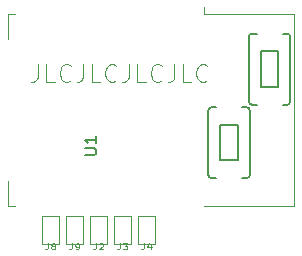
<source format=gbr>
%TF.GenerationSoftware,KiCad,Pcbnew,5.1.5+dfsg1-2build2*%
%TF.CreationDate,2021-07-18T22:40:15+02:00*%
%TF.ProjectId,wb2s,77623273-2e6b-4696-9361-645f70636258,rev?*%
%TF.SameCoordinates,Original*%
%TF.FileFunction,Legend,Top*%
%TF.FilePolarity,Positive*%
%FSLAX46Y46*%
G04 Gerber Fmt 4.6, Leading zero omitted, Abs format (unit mm)*
G04 Created by KiCad (PCBNEW 5.1.5+dfsg1-2build2) date 2021-07-18 22:40:15*
%MOMM*%
%LPD*%
G04 APERTURE LIST*
%ADD10C,0.125000*%
%ADD11C,0.203200*%
%ADD12C,0.120000*%
%ADD13C,0.150000*%
G04 APERTURE END LIST*
D10*
X88956428Y-111065571D02*
X88956428Y-112137000D01*
X88885000Y-112351285D01*
X88742142Y-112494142D01*
X88527857Y-112565571D01*
X88385000Y-112565571D01*
X90385000Y-112565571D02*
X89670714Y-112565571D01*
X89670714Y-111065571D01*
X91742142Y-112422714D02*
X91670714Y-112494142D01*
X91456428Y-112565571D01*
X91313571Y-112565571D01*
X91099285Y-112494142D01*
X90956428Y-112351285D01*
X90885000Y-112208428D01*
X90813571Y-111922714D01*
X90813571Y-111708428D01*
X90885000Y-111422714D01*
X90956428Y-111279857D01*
X91099285Y-111137000D01*
X91313571Y-111065571D01*
X91456428Y-111065571D01*
X91670714Y-111137000D01*
X91742142Y-111208428D01*
X92813571Y-111065571D02*
X92813571Y-112137000D01*
X92742142Y-112351285D01*
X92599285Y-112494142D01*
X92385000Y-112565571D01*
X92242142Y-112565571D01*
X94242142Y-112565571D02*
X93527857Y-112565571D01*
X93527857Y-111065571D01*
X95599285Y-112422714D02*
X95527857Y-112494142D01*
X95313571Y-112565571D01*
X95170714Y-112565571D01*
X94956428Y-112494142D01*
X94813571Y-112351285D01*
X94742142Y-112208428D01*
X94670714Y-111922714D01*
X94670714Y-111708428D01*
X94742142Y-111422714D01*
X94813571Y-111279857D01*
X94956428Y-111137000D01*
X95170714Y-111065571D01*
X95313571Y-111065571D01*
X95527857Y-111137000D01*
X95599285Y-111208428D01*
X96670714Y-111065571D02*
X96670714Y-112137000D01*
X96599285Y-112351285D01*
X96456428Y-112494142D01*
X96242142Y-112565571D01*
X96099285Y-112565571D01*
X98099285Y-112565571D02*
X97385000Y-112565571D01*
X97385000Y-111065571D01*
X99456428Y-112422714D02*
X99385000Y-112494142D01*
X99170714Y-112565571D01*
X99027857Y-112565571D01*
X98813571Y-112494142D01*
X98670714Y-112351285D01*
X98599285Y-112208428D01*
X98527857Y-111922714D01*
X98527857Y-111708428D01*
X98599285Y-111422714D01*
X98670714Y-111279857D01*
X98813571Y-111137000D01*
X99027857Y-111065571D01*
X99170714Y-111065571D01*
X99385000Y-111137000D01*
X99456428Y-111208428D01*
X100527857Y-111065571D02*
X100527857Y-112137000D01*
X100456428Y-112351285D01*
X100313571Y-112494142D01*
X100099285Y-112565571D01*
X99956428Y-112565571D01*
X101956428Y-112565571D02*
X101242142Y-112565571D01*
X101242142Y-111065571D01*
X103313571Y-112422714D02*
X103242142Y-112494142D01*
X103027857Y-112565571D01*
X102885000Y-112565571D01*
X102670714Y-112494142D01*
X102527857Y-112351285D01*
X102456428Y-112208428D01*
X102385000Y-111922714D01*
X102385000Y-111708428D01*
X102456428Y-111422714D01*
X102527857Y-111279857D01*
X102670714Y-111137000D01*
X102885000Y-111065571D01*
X103027857Y-111065571D01*
X103242142Y-111137000D01*
X103313571Y-111208428D01*
D11*
%TO.C,SW1*%
X107086400Y-114477800D02*
G75*
G02X106837480Y-114228880I0J248920D01*
G01*
X106834940Y-108732320D02*
G75*
G02X107086400Y-108480860I251460J0D01*
G01*
X110083600Y-108483400D02*
G75*
G02X110332520Y-108732320I0J-248920D01*
G01*
X110335060Y-114228880D02*
G75*
G02X110083600Y-114480340I-251460J0D01*
G01*
X107835700Y-109982000D02*
X109334300Y-109982000D01*
X107835700Y-112979200D02*
X109334300Y-112979200D01*
X107835700Y-109982000D02*
X107835700Y-112979200D01*
X109334300Y-112979200D02*
X109334300Y-109982000D01*
X107086400Y-108480860D02*
X107485180Y-108480860D01*
X109684820Y-108480860D02*
X110083600Y-108480860D01*
X109684820Y-114480340D02*
X110083600Y-114480340D01*
X107086400Y-114480340D02*
X107485180Y-114480340D01*
X106837480Y-108732320D02*
X106837480Y-114228880D01*
X110332520Y-114228880D02*
X110332520Y-108732320D01*
%TO.C,SW2*%
X103408480Y-114955320D02*
X103408480Y-120451880D01*
X106903520Y-120451880D02*
X106903520Y-114955320D01*
X106654600Y-114703860D02*
X106255820Y-114703860D01*
X104056180Y-114703860D02*
X103657400Y-114703860D01*
X104056180Y-120703340D02*
X103657400Y-120703340D01*
X106654600Y-120703340D02*
X106255820Y-120703340D01*
X104406700Y-116205000D02*
X104406700Y-119202200D01*
X105905300Y-119202200D02*
X105905300Y-116205000D01*
X105905300Y-116205000D02*
X104406700Y-116205000D01*
X105905300Y-119202200D02*
X104406700Y-119202200D01*
X103405940Y-114955320D02*
G75*
G02X103657400Y-114703860I251460J0D01*
G01*
X103657400Y-120700800D02*
G75*
G02X103408480Y-120451880I0J248920D01*
G01*
X106906060Y-120451880D02*
G75*
G02X106654600Y-120703340I-251460J0D01*
G01*
X106654600Y-114706400D02*
G75*
G02X106903520Y-114955320I0J-248920D01*
G01*
D12*
%TO.C,U1*%
X103052000Y-106815000D02*
X103052000Y-106205000D01*
X103052000Y-106815000D02*
X110672000Y-106815000D01*
X86432000Y-106815000D02*
X87052000Y-106815000D01*
X86432000Y-108935000D02*
X86432000Y-106815000D01*
X86432000Y-123055000D02*
X86432000Y-120935000D01*
X87052000Y-123055000D02*
X86432000Y-123055000D01*
X110672000Y-123055000D02*
X103052000Y-123055000D01*
X110672000Y-106815000D02*
X110672000Y-123055000D01*
%TO.C,J2*%
X93407000Y-123895000D02*
X94807000Y-123895000D01*
X94807000Y-123895000D02*
X94807000Y-126295000D01*
X94807000Y-126295000D02*
X93407000Y-126295000D01*
X93407000Y-126295000D02*
X93407000Y-123895000D01*
%TO.C,J3*%
X95439000Y-123895000D02*
X96839000Y-123895000D01*
X96839000Y-123895000D02*
X96839000Y-126295000D01*
X96839000Y-126295000D02*
X95439000Y-126295000D01*
X95439000Y-126295000D02*
X95439000Y-123895000D01*
%TO.C,J4*%
X97471000Y-126295000D02*
X97471000Y-123895000D01*
X98871000Y-126295000D02*
X97471000Y-126295000D01*
X98871000Y-123895000D02*
X98871000Y-126295000D01*
X97471000Y-123895000D02*
X98871000Y-123895000D01*
%TO.C,J8*%
X89343000Y-126295000D02*
X89343000Y-123895000D01*
X90743000Y-126295000D02*
X89343000Y-126295000D01*
X90743000Y-123895000D02*
X90743000Y-126295000D01*
X89343000Y-123895000D02*
X90743000Y-123895000D01*
%TO.C,J9*%
X91375000Y-126295000D02*
X91375000Y-123895000D01*
X92775000Y-126295000D02*
X91375000Y-126295000D01*
X92775000Y-123895000D02*
X92775000Y-126295000D01*
X91375000Y-123895000D02*
X92775000Y-123895000D01*
%TO.C,U1*%
D13*
X92924380Y-118744904D02*
X93733904Y-118744904D01*
X93829142Y-118697285D01*
X93876761Y-118649666D01*
X93924380Y-118554428D01*
X93924380Y-118363952D01*
X93876761Y-118268714D01*
X93829142Y-118221095D01*
X93733904Y-118173476D01*
X92924380Y-118173476D01*
X93924380Y-117173476D02*
X93924380Y-117744904D01*
X93924380Y-117459190D02*
X92924380Y-117459190D01*
X93067238Y-117554428D01*
X93162476Y-117649666D01*
X93210095Y-117744904D01*
%TO.C,J2*%
D10*
X93907000Y-126218190D02*
X93907000Y-126575333D01*
X93878428Y-126646761D01*
X93821285Y-126694380D01*
X93735571Y-126718190D01*
X93678428Y-126718190D01*
X94164142Y-126265809D02*
X94192714Y-126242000D01*
X94249857Y-126218190D01*
X94392714Y-126218190D01*
X94449857Y-126242000D01*
X94478428Y-126265809D01*
X94507000Y-126313428D01*
X94507000Y-126361047D01*
X94478428Y-126432476D01*
X94135571Y-126718190D01*
X94507000Y-126718190D01*
%TO.C,J3*%
X95939000Y-126218190D02*
X95939000Y-126575333D01*
X95910428Y-126646761D01*
X95853285Y-126694380D01*
X95767571Y-126718190D01*
X95710428Y-126718190D01*
X96167571Y-126218190D02*
X96539000Y-126218190D01*
X96339000Y-126408666D01*
X96424714Y-126408666D01*
X96481857Y-126432476D01*
X96510428Y-126456285D01*
X96539000Y-126503904D01*
X96539000Y-126622952D01*
X96510428Y-126670571D01*
X96481857Y-126694380D01*
X96424714Y-126718190D01*
X96253285Y-126718190D01*
X96196142Y-126694380D01*
X96167571Y-126670571D01*
%TO.C,J4*%
X97971000Y-126218190D02*
X97971000Y-126575333D01*
X97942428Y-126646761D01*
X97885285Y-126694380D01*
X97799571Y-126718190D01*
X97742428Y-126718190D01*
X98513857Y-126384857D02*
X98513857Y-126718190D01*
X98371000Y-126194380D02*
X98228142Y-126551523D01*
X98599571Y-126551523D01*
%TO.C,J8*%
X89843000Y-126218190D02*
X89843000Y-126575333D01*
X89814428Y-126646761D01*
X89757285Y-126694380D01*
X89671571Y-126718190D01*
X89614428Y-126718190D01*
X90214428Y-126432476D02*
X90157285Y-126408666D01*
X90128714Y-126384857D01*
X90100142Y-126337238D01*
X90100142Y-126313428D01*
X90128714Y-126265809D01*
X90157285Y-126242000D01*
X90214428Y-126218190D01*
X90328714Y-126218190D01*
X90385857Y-126242000D01*
X90414428Y-126265809D01*
X90443000Y-126313428D01*
X90443000Y-126337238D01*
X90414428Y-126384857D01*
X90385857Y-126408666D01*
X90328714Y-126432476D01*
X90214428Y-126432476D01*
X90157285Y-126456285D01*
X90128714Y-126480095D01*
X90100142Y-126527714D01*
X90100142Y-126622952D01*
X90128714Y-126670571D01*
X90157285Y-126694380D01*
X90214428Y-126718190D01*
X90328714Y-126718190D01*
X90385857Y-126694380D01*
X90414428Y-126670571D01*
X90443000Y-126622952D01*
X90443000Y-126527714D01*
X90414428Y-126480095D01*
X90385857Y-126456285D01*
X90328714Y-126432476D01*
%TO.C,J9*%
X91875000Y-126218190D02*
X91875000Y-126575333D01*
X91846428Y-126646761D01*
X91789285Y-126694380D01*
X91703571Y-126718190D01*
X91646428Y-126718190D01*
X92189285Y-126718190D02*
X92303571Y-126718190D01*
X92360714Y-126694380D01*
X92389285Y-126670571D01*
X92446428Y-126599142D01*
X92475000Y-126503904D01*
X92475000Y-126313428D01*
X92446428Y-126265809D01*
X92417857Y-126242000D01*
X92360714Y-126218190D01*
X92246428Y-126218190D01*
X92189285Y-126242000D01*
X92160714Y-126265809D01*
X92132142Y-126313428D01*
X92132142Y-126432476D01*
X92160714Y-126480095D01*
X92189285Y-126503904D01*
X92246428Y-126527714D01*
X92360714Y-126527714D01*
X92417857Y-126503904D01*
X92446428Y-126480095D01*
X92475000Y-126432476D01*
%TD*%
M02*

</source>
